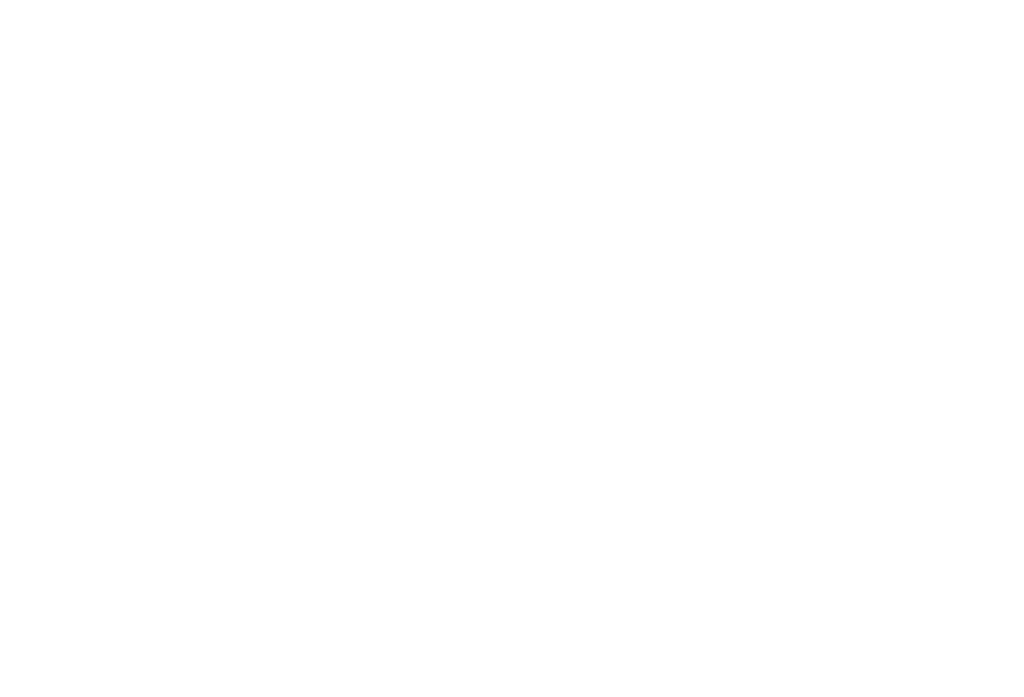
<source format=kicad_pcb>
(kicad_pcb (version 20171130) (host pcbnew "(5.0.2)-1")

  (general
    (thickness 1.6)
    (drawings 114)
    (tracks 0)
    (zones 0)
    (modules 0)
    (nets 1)
  )

  (page A4)
  (layers
    (0 F.Cu signal)
    (31 B.Cu signal)
    (32 B.Adhes user)
    (33 F.Adhes user)
    (34 B.Paste user)
    (35 F.Paste user)
    (36 B.SilkS user)
    (37 F.SilkS user)
    (38 B.Mask user)
    (39 F.Mask user)
    (40 Dwgs.User user)
    (41 Cmts.User user)
    (42 Eco1.User user)
    (43 Eco2.User user)
    (44 Edge.Cuts user)
    (45 Margin user)
    (46 B.CrtYd user)
    (47 F.CrtYd user)
    (48 B.Fab user)
    (49 F.Fab user)
  )

  (setup
    (last_trace_width 0.1524)
    (user_trace_width 0.254)
    (user_trace_width 0.508)
    (user_trace_width 0.762)
    (trace_clearance 0.1524)
    (zone_clearance 0.508)
    (zone_45_only no)
    (trace_min 0.1524)
    (segment_width 0.0762)
    (edge_width 0.1524)
    (via_size 0.7874)
    (via_drill 0.381)
    (via_min_size 0.7874)
    (via_min_drill 0.381)
    (uvia_size 0.3)
    (uvia_drill 0.1)
    (uvias_allowed no)
    (uvia_min_size 0.2)
    (uvia_min_drill 0.1)
    (pcb_text_width 0.0762)
    (pcb_text_size 0.8128 0.8128)
    (mod_edge_width 0.1524)
    (mod_text_size 0.8128 0.8128)
    (mod_text_width 0.0762)
    (pad_size 1.524 1.524)
    (pad_drill 0.762)
    (pad_to_mask_clearance 0)
    (solder_mask_min_width 0.25)
    (aux_axis_origin 109.982 160.02)
    (grid_origin 109.982 160.02)
    (visible_elements 7FFFFFFF)
    (pcbplotparams
      (layerselection 0x010f0_80000001)
      (usegerberextensions false)
      (usegerberattributes false)
      (usegerberadvancedattributes false)
      (creategerberjobfile false)
      (excludeedgelayer true)
      (linewidth 0.076200)
      (plotframeref false)
      (viasonmask false)
      (mode 1)
      (useauxorigin true)
      (hpglpennumber 1)
      (hpglpenspeed 20)
      (hpglpendiameter 15.000000)
      (psnegative false)
      (psa4output false)
      (plotreference true)
      (plotvalue true)
      (plotinvisibletext false)
      (padsonsilk false)
      (subtractmaskfromsilk false)
      (outputformat 1)
      (mirror false)
      (drillshape 0)
      (scaleselection 1)
      (outputdirectory "./cam"))
  )

  (net 0 "")

  (net_class Default "This is the default net class."
    (clearance 0.1524)
    (trace_width 0.1524)
    (via_dia 0.7874)
    (via_drill 0.381)
    (uvia_dia 0.3)
    (uvia_drill 0.1)
  )

  (gr_line (start 103.632 82.042) (end 103.632 18.542) (angle 90) (layer Cmts.User) (width 0.0762))
  (gr_line (start 18.542 82.042) (end 18.542 18.542) (angle 90) (layer Cmts.User) (width 0.0762))
  (gr_line (start 18.542 153.67) (end 18.542 90.17) (angle 90) (layer Cmts.User) (width 0.0762))
  (gr_line (start 103.632 153.67) (end 103.632 90.17) (angle 90) (layer Cmts.User) (width 0.0762))
  (gr_text 4 (at 21.844 118.872) (layer Cmts.User) (tstamp 594D5266)
    (effects (font (size 3.048 3.048) (thickness 0.3048)))
  )
  (gr_line (start 18.542 102.87) (end 103.632 102.87) (angle 90) (layer Cmts.User) (width 0.0762) (tstamp 594D5265))
  (gr_line (start 18.542 109.22) (end 103.632 109.22) (angle 90) (layer Cmts.User) (width 0.0762) (tstamp 594D5264))
  (gr_line (start 18.542 115.57) (end 103.632 115.57) (angle 90) (layer Cmts.User) (width 0.0762) (tstamp 594D5263))
  (gr_line (start 18.542 121.92) (end 103.632 121.92) (angle 90) (layer Cmts.User) (width 0.0762) (tstamp 594D5262))
  (gr_text 1 (at 21.844 99.822) (layer Cmts.User) (tstamp 594D5261)
    (effects (font (size 3.048 3.048) (thickness 0.3048)))
  )
  (gr_text 2 (at 21.844 106.172) (layer Cmts.User) (tstamp 594D5260)
    (effects (font (size 3.048 3.048) (thickness 0.3048)))
  )
  (gr_text 3 (at 21.844 112.522) (layer Cmts.User) (tstamp 594D525F)
    (effects (font (size 3.048 3.048) (thickness 0.3048)))
  )
  (gr_line (start 18.542 128.27) (end 103.632 128.27) (angle 90) (layer Cmts.User) (width 0.0762) (tstamp 594D525E))
  (gr_line (start 18.542 134.62) (end 103.632 134.62) (angle 90) (layer Cmts.User) (width 0.0762) (tstamp 594D525D))
  (gr_line (start 18.542 140.97) (end 103.632 140.97) (angle 90) (layer Cmts.User) (width 0.0762) (tstamp 594D525C))
  (gr_line (start 18.542 147.32) (end 103.632 147.32) (angle 90) (layer Cmts.User) (width 0.0762) (tstamp 594D525B))
  (gr_line (start 24.892 153.67) (end 24.892 96.52) (angle 90) (layer Cmts.User) (width 0.0762) (tstamp 594D5259))
  (gr_text 5 (at 21.844 125.222) (layer Cmts.User) (tstamp 594D5258)
    (effects (font (size 3.048 3.048) (thickness 0.3048)))
  )
  (gr_text 6 (at 21.844 131.572) (layer Cmts.User) (tstamp 594D5257)
    (effects (font (size 3.048 3.048) (thickness 0.3048)))
  )
  (gr_text 7 (at 21.844 137.922) (layer Cmts.User) (tstamp 594D5256)
    (effects (font (size 3.048 3.048) (thickness 0.3048)))
  )
  (gr_text 8 (at 21.844 144.272) (layer Cmts.User) (tstamp 594D5255)
    (effects (font (size 3.048 3.048) (thickness 0.3048)))
  )
  (gr_text 9 (at 21.844 150.622) (layer Cmts.User) (tstamp 594D5254)
    (effects (font (size 3.048 3.048) (thickness 0.3048)))
  )
  (gr_text 9 (at 21.844 78.994) (layer Cmts.User)
    (effects (font (size 3.048 3.048) (thickness 0.3048)))
  )
  (gr_text 8 (at 21.844 72.644) (layer Cmts.User)
    (effects (font (size 3.048 3.048) (thickness 0.3048)))
  )
  (gr_text 7 (at 21.844 66.294) (layer Cmts.User)
    (effects (font (size 3.048 3.048) (thickness 0.3048)))
  )
  (gr_text 6 (at 21.844 59.944) (layer Cmts.User)
    (effects (font (size 3.048 3.048) (thickness 0.3048)))
  )
  (gr_text 5 (at 21.844 53.594) (layer Cmts.User)
    (effects (font (size 3.048 3.048) (thickness 0.3048)))
  )
  (gr_line (start 24.892 82.042) (end 24.892 24.892) (angle 90) (layer Cmts.User) (width 0.0762))
  (gr_line (start 18.542 82.042) (end 103.632 82.042) (angle 90) (layer Cmts.User) (width 0.0762))
  (gr_line (start 18.542 75.692) (end 103.632 75.692) (angle 90) (layer Cmts.User) (width 0.0762))
  (gr_line (start 18.542 69.342) (end 103.632 69.342) (angle 90) (layer Cmts.User) (width 0.0762))
  (gr_line (start 18.542 62.992) (end 103.632 62.992) (angle 90) (layer Cmts.User) (width 0.0762))
  (gr_line (start 18.542 56.642) (end 103.632 56.642) (angle 90) (layer Cmts.User) (width 0.0762))
  (gr_text 3 (at 21.844 40.894) (layer Cmts.User)
    (effects (font (size 3.048 3.048) (thickness 0.3048)))
  )
  (gr_text 2 (at 21.844 34.544) (layer Cmts.User)
    (effects (font (size 3.048 3.048) (thickness 0.3048)))
  )
  (gr_text 1 (at 21.844 28.194) (layer Cmts.User)
    (effects (font (size 3.048 3.048) (thickness 0.3048)))
  )
  (gr_line (start 18.542 50.292) (end 103.632 50.292) (angle 90) (layer Cmts.User) (width 0.0762))
  (gr_line (start 18.542 43.942) (end 103.632 43.942) (angle 90) (layer Cmts.User) (width 0.0762))
  (gr_line (start 18.542 37.592) (end 103.632 37.592) (angle 90) (layer Cmts.User) (width 0.0762))
  (gr_line (start 18.542 31.242) (end 103.632 31.242) (angle 90) (layer Cmts.User) (width 0.0762))
  (gr_text 4 (at 21.844 47.244) (layer Cmts.User)
    (effects (font (size 3.048 3.048) (thickness 0.3048)))
  )
  (gr_text "DESIGN NOTES" (at 60.96 93.472) (layer Cmts.User)
    (effects (font (size 5.08 5.08) (thickness 0.47498)))
  )
  (gr_line (start 103.632 96.52) (end 18.542 96.52) (angle 90) (layer Cmts.User) (width 0.0762))
  (gr_line (start 18.542 90.17) (end 103.632 90.17) (angle 90) (layer Cmts.User) (width 0.0762))
  (gr_text "REVISION NOTES" (at 60.96 21.844) (layer Cmts.User)
    (effects (font (size 5.08 5.08) (thickness 0.47498)))
  )
  (gr_line (start 18.542 24.892) (end 103.632 24.892) (angle 90) (layer Cmts.User) (width 0.0762))
  (gr_line (start 18.542 18.542) (end 103.632 18.542) (angle 90) (layer Cmts.User) (width 0.0762))
  (gr_line (start 103.632 153.67) (end 18.542 153.67) (angle 90) (layer Cmts.User) (width 0.0762))
  (gr_text 4.00" (at 107.95 58.42) (layer Eco2.User)
    (effects (font (size 0.8128 0.8128) (thickness 0.0762)))
  )
  (gr_line (start 109.728 58.42) (end 110.236 58.42) (angle 90) (layer Eco2.User) (width 0.0762))
  (gr_text 3.75" (at 107.95 64.77) (layer Eco2.User)
    (effects (font (size 0.8128 0.8128) (thickness 0.0762)))
  )
  (gr_text 3.50" (at 107.95 71.12) (layer Eco2.User)
    (effects (font (size 0.8128 0.8128) (thickness 0.0762)))
  )
  (gr_text 3.25" (at 107.95 77.47) (layer Eco2.User)
    (effects (font (size 0.8128 0.8128) (thickness 0.0762)))
  )
  (gr_text 3.00" (at 107.95 83.82) (layer Eco2.User)
    (effects (font (size 0.8128 0.8128) (thickness 0.0762)))
  )
  (gr_text 2.75" (at 107.95 90.17) (layer Eco2.User)
    (effects (font (size 0.8128 0.8128) (thickness 0.0762)))
  )
  (gr_text 2.50" (at 107.95 96.52) (layer Eco2.User)
    (effects (font (size 0.8128 0.8128) (thickness 0.0762)))
  )
  (gr_text 2.25" (at 107.95 102.87) (layer Eco2.User)
    (effects (font (size 0.8128 0.8128) (thickness 0.0762)))
  )
  (gr_text 2.00" (at 107.95 109.22) (layer Eco2.User)
    (effects (font (size 0.8128 0.8128) (thickness 0.0762)))
  )
  (gr_text 1.75" (at 107.95 115.57) (layer Eco2.User)
    (effects (font (size 0.8128 0.8128) (thickness 0.0762)))
  )
  (gr_text 1.50" (at 107.95 121.92) (layer Eco2.User)
    (effects (font (size 0.8128 0.8128) (thickness 0.0762)))
  )
  (gr_text 1.25" (at 107.95 128.27) (layer Eco2.User)
    (effects (font (size 0.8128 0.8128) (thickness 0.0762)))
  )
  (gr_text 1.00" (at 107.95 134.62) (layer Eco2.User)
    (effects (font (size 0.8128 0.8128) (thickness 0.0762)))
  )
  (gr_text 0.75" (at 107.95 140.97) (layer Eco2.User)
    (effects (font (size 0.8128 0.8128) (thickness 0.0762)))
  )
  (gr_text 0.50" (at 107.95 147.32) (layer Eco2.User)
    (effects (font (size 0.8128 0.8128) (thickness 0.0762)))
  )
  (gr_text 0.25" (at 107.95 153.67) (layer Eco2.User)
    (effects (font (size 0.8128 0.8128) (thickness 0.0762)))
  )
  (gr_text 4.00" (at 211.582 161.036) (layer Eco2.User) (tstamp 594D27ED)
    (effects (font (size 0.8128 0.8128) (thickness 0.0762)))
  )
  (gr_text 3.75" (at 205.232 161.036) (layer Eco2.User) (tstamp 594D27EC)
    (effects (font (size 0.8128 0.8128) (thickness 0.0762)))
  )
  (gr_text 3.50" (at 198.882 161.036) (layer Eco2.User) (tstamp 594D27EB)
    (effects (font (size 0.8128 0.8128) (thickness 0.0762)))
  )
  (gr_text 3.25" (at 192.532 161.036) (layer Eco2.User) (tstamp 594D27EA)
    (effects (font (size 0.8128 0.8128) (thickness 0.0762)))
  )
  (gr_text 2.25" (at 167.132 161.036) (layer Eco2.User) (tstamp 594D27C7)
    (effects (font (size 0.8128 0.8128) (thickness 0.0762)))
  )
  (gr_text 2.50" (at 173.482 161.036) (layer Eco2.User) (tstamp 594D27C6)
    (effects (font (size 0.8128 0.8128) (thickness 0.0762)))
  )
  (gr_text 2.75" (at 179.832 161.036) (layer Eco2.User) (tstamp 594D27C5)
    (effects (font (size 0.8128 0.8128) (thickness 0.0762)))
  )
  (gr_text 3.00" (at 186.182 161.036) (layer Eco2.User) (tstamp 594D27C4)
    (effects (font (size 0.8128 0.8128) (thickness 0.0762)))
  )
  (gr_text 2.00" (at 160.782 161.036) (layer Eco2.User)
    (effects (font (size 0.8128 0.8128) (thickness 0.0762)))
  )
  (gr_text 1.75" (at 154.432 161.036) (layer Eco2.User)
    (effects (font (size 0.8128 0.8128) (thickness 0.0762)))
  )
  (gr_text 1.50" (at 148.082 161.036) (layer Eco2.User)
    (effects (font (size 0.8128 0.8128) (thickness 0.0762)))
  )
  (gr_text 1.25" (at 141.732 161.036) (layer Eco2.User)
    (effects (font (size 0.8128 0.8128) (thickness 0.0762)))
  )
  (gr_text 1.00" (at 135.382 161.036) (layer Eco2.User)
    (effects (font (size 0.8128 0.8128) (thickness 0.0762)))
  )
  (gr_text 0.75" (at 129.032 161.036) (layer Eco2.User)
    (effects (font (size 0.8128 0.8128) (thickness 0.0762)))
  )
  (gr_text 0.50" (at 122.682 161.036) (layer Eco2.User)
    (effects (font (size 0.8128 0.8128) (thickness 0.0762)))
  )
  (gr_text 0.25" (at 116.332 161.036) (layer Eco2.User)
    (effects (font (size 0.8128 0.8128) (thickness 0.0762)))
  )
  (gr_line (start 109.728 153.67) (end 110.236 153.67) (angle 90) (layer Eco2.User) (width 0.0762))
  (gr_line (start 109.728 64.77) (end 110.236 64.77) (angle 90) (layer Eco2.User) (width 0.0762))
  (gr_line (start 109.728 71.12) (end 110.236 71.12) (angle 90) (layer Eco2.User) (width 0.0762))
  (gr_line (start 109.728 77.47) (end 110.236 77.47) (angle 90) (layer Eco2.User) (width 0.0762))
  (gr_line (start 109.728 83.82) (end 110.236 83.82) (angle 90) (layer Eco2.User) (width 0.0762))
  (gr_line (start 109.728 90.17) (end 110.236 90.17) (angle 90) (layer Eco2.User) (width 0.0762))
  (gr_line (start 109.728 96.52) (end 110.236 96.52) (angle 90) (layer Eco2.User) (width 0.0762))
  (gr_line (start 109.728 102.87) (end 110.236 102.87) (angle 90) (layer Eco2.User) (width 0.0762))
  (gr_line (start 109.728 109.22) (end 110.236 109.22) (angle 90) (layer Eco2.User) (width 0.0762))
  (gr_line (start 109.728 115.57) (end 110.236 115.57) (angle 90) (layer Eco2.User) (width 0.0762))
  (gr_line (start 109.728 121.92) (end 110.236 121.92) (angle 90) (layer Eco2.User) (width 0.0762))
  (gr_line (start 109.728 128.27) (end 110.236 128.27) (angle 90) (layer Eco2.User) (width 0.0762))
  (gr_line (start 109.728 134.62) (end 110.236 134.62) (angle 90) (layer Eco2.User) (width 0.0762))
  (gr_line (start 109.728 140.97) (end 110.236 140.97) (angle 90) (layer Eco2.User) (width 0.0762))
  (gr_line (start 109.728 147.32) (end 110.236 147.32) (angle 90) (layer Eco2.User) (width 0.0762))
  (gr_line (start 211.582 159.766) (end 211.582 160.274) (angle 90) (layer Eco2.User) (width 0.0762))
  (gr_line (start 205.232 159.766) (end 205.232 160.274) (angle 90) (layer Eco2.User) (width 0.0762))
  (gr_line (start 198.882 159.766) (end 198.882 160.274) (angle 90) (layer Eco2.User) (width 0.0762))
  (gr_line (start 192.532 159.766) (end 192.532 160.274) (angle 90) (layer Eco2.User) (width 0.0762))
  (gr_line (start 186.182 159.766) (end 186.182 160.274) (angle 90) (layer Eco2.User) (width 0.0762))
  (gr_line (start 179.832 159.766) (end 179.832 160.274) (angle 90) (layer Eco2.User) (width 0.0762))
  (gr_line (start 173.482 159.766) (end 173.482 160.274) (angle 90) (layer Eco2.User) (width 0.0762))
  (gr_line (start 167.132 159.766) (end 167.132 160.274) (angle 90) (layer Eco2.User) (width 0.0762))
  (gr_line (start 160.782 159.766) (end 160.782 160.274) (angle 90) (layer Eco2.User) (width 0.0762))
  (gr_line (start 154.432 159.766) (end 154.432 160.274) (angle 90) (layer Eco2.User) (width 0.0762))
  (gr_line (start 148.082 159.766) (end 148.082 160.274) (angle 90) (layer Eco2.User) (width 0.0762))
  (gr_line (start 141.732 159.766) (end 141.732 160.274) (angle 90) (layer Eco2.User) (width 0.0762))
  (gr_line (start 135.382 159.766) (end 135.382 160.274) (angle 90) (layer Eco2.User) (width 0.0762))
  (gr_line (start 129.032 159.766) (end 129.032 160.274) (angle 90) (layer Eco2.User) (width 0.0762))
  (gr_line (start 122.682 159.766) (end 122.682 160.274) (angle 90) (layer Eco2.User) (width 0.0762))
  (gr_line (start 116.332 159.766) (end 116.332 160.274) (angle 90) (layer Eco2.User) (width 0.0762))
  (gr_line (start 109.982 12.192) (end 109.982 197.866) (angle 90) (layer Eco1.User) (width 0.0762))
  (gr_line (start 12.192 160.02) (end 284.734 160.02) (angle 90) (layer Eco1.User) (width 0.0762))

)

</source>
